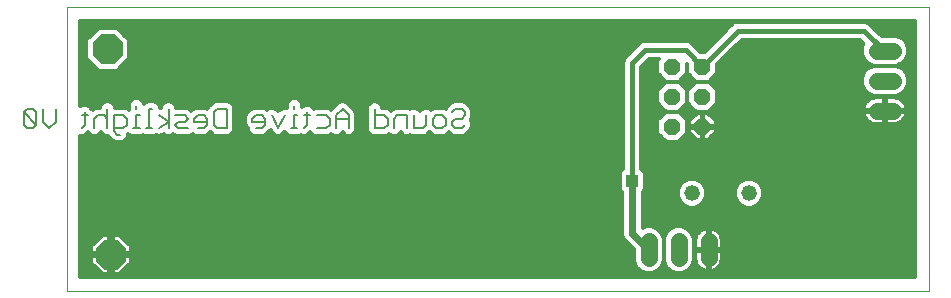
<source format=gbl>
G75*
%MOIN*%
%OFA0B0*%
%FSLAX25Y25*%
%IPPOS*%
%LPD*%
%AMOC8*
5,1,8,0,0,1.08239X$1,22.5*
%
%ADD10C,0.00000*%
%ADD11C,0.00600*%
%ADD12OC8,0.05600*%
%ADD13C,0.05600*%
%ADD14C,0.05200*%
%ADD15OC8,0.10000*%
%ADD16R,0.03962X0.03962*%
%ADD17C,0.01200*%
%ADD18C,0.01600*%
%ADD19C,0.02400*%
D10*
X0019583Y0001600D02*
X0019583Y0096128D01*
X0306985Y0096128D01*
X0306985Y0001600D01*
X0019583Y0001600D01*
D11*
X0036355Y0053702D02*
X0035288Y0054769D01*
X0035288Y0060107D01*
X0038491Y0060107D01*
X0039558Y0059040D01*
X0039558Y0056905D01*
X0038491Y0055837D01*
X0035288Y0055837D01*
X0033113Y0055837D02*
X0033113Y0062242D01*
X0032045Y0060107D02*
X0029910Y0060107D01*
X0028842Y0059040D01*
X0028842Y0055837D01*
X0025600Y0056905D02*
X0024532Y0055837D01*
X0025600Y0056905D02*
X0025600Y0061175D01*
X0026667Y0060107D02*
X0024532Y0060107D01*
X0032045Y0060107D02*
X0033113Y0059040D01*
X0042788Y0060107D02*
X0042788Y0055837D01*
X0043855Y0055837D02*
X0041720Y0055837D01*
X0046017Y0055837D02*
X0048152Y0055837D01*
X0047085Y0055837D02*
X0047085Y0062242D01*
X0048152Y0062242D01*
X0053523Y0062242D02*
X0053523Y0055837D01*
X0053523Y0057972D02*
X0050321Y0055837D01*
X0055699Y0056905D02*
X0056766Y0057972D01*
X0058901Y0057972D01*
X0059969Y0059040D01*
X0058901Y0060107D01*
X0055699Y0060107D01*
X0053523Y0057972D02*
X0050321Y0060107D01*
X0043855Y0060107D02*
X0042788Y0060107D01*
X0042788Y0062242D02*
X0042788Y0063310D01*
X0055699Y0056905D02*
X0056766Y0055837D01*
X0059969Y0055837D01*
X0063212Y0055837D02*
X0065347Y0055837D01*
X0066414Y0056905D01*
X0066414Y0059040D01*
X0065347Y0060107D01*
X0063212Y0060107D01*
X0062144Y0059040D01*
X0062144Y0057972D01*
X0066414Y0057972D01*
X0068590Y0056905D02*
X0068590Y0061175D01*
X0069657Y0062242D01*
X0072860Y0062242D01*
X0072860Y0055837D01*
X0069657Y0055837D01*
X0068590Y0056905D01*
X0081480Y0057972D02*
X0085751Y0057972D01*
X0085751Y0056905D02*
X0085751Y0059040D01*
X0084683Y0060107D01*
X0082548Y0060107D01*
X0081480Y0059040D01*
X0081480Y0057972D01*
X0084683Y0055837D02*
X0085751Y0056905D01*
X0084683Y0055837D02*
X0082548Y0055837D01*
X0087926Y0060107D02*
X0090061Y0055837D01*
X0092196Y0060107D01*
X0095426Y0060107D02*
X0095426Y0055837D01*
X0096493Y0055837D02*
X0094358Y0055837D01*
X0098655Y0055837D02*
X0099723Y0056905D01*
X0099723Y0061175D01*
X0100790Y0060107D02*
X0098655Y0060107D01*
X0096493Y0060107D02*
X0095426Y0060107D01*
X0095426Y0062242D02*
X0095426Y0063310D01*
X0102965Y0060107D02*
X0106168Y0060107D01*
X0107236Y0059040D01*
X0107236Y0056905D01*
X0106168Y0055837D01*
X0102965Y0055837D01*
X0109411Y0055837D02*
X0109411Y0060107D01*
X0111546Y0062242D01*
X0113681Y0060107D01*
X0113681Y0055837D01*
X0122302Y0055837D02*
X0125505Y0055837D01*
X0126572Y0056905D01*
X0126572Y0059040D01*
X0125505Y0060107D01*
X0122302Y0060107D01*
X0122302Y0062242D02*
X0122302Y0055837D01*
X0128747Y0055837D02*
X0128747Y0059040D01*
X0129815Y0060107D01*
X0133018Y0060107D01*
X0133018Y0055837D01*
X0135193Y0055837D02*
X0135193Y0060107D01*
X0139463Y0060107D02*
X0139463Y0056905D01*
X0138396Y0055837D01*
X0135193Y0055837D01*
X0141638Y0056905D02*
X0141638Y0059040D01*
X0142706Y0060107D01*
X0144841Y0060107D01*
X0145909Y0059040D01*
X0145909Y0056905D01*
X0144841Y0055837D01*
X0142706Y0055837D01*
X0141638Y0056905D01*
X0148084Y0056905D02*
X0149152Y0055837D01*
X0151287Y0055837D01*
X0152354Y0056905D01*
X0149152Y0059040D02*
X0148084Y0057972D01*
X0148084Y0056905D01*
X0149152Y0059040D02*
X0151287Y0059040D01*
X0152354Y0060107D01*
X0152354Y0061175D01*
X0151287Y0062242D01*
X0149152Y0062242D01*
X0148084Y0061175D01*
X0113681Y0059040D02*
X0109411Y0059040D01*
X0037423Y0053702D02*
X0036355Y0053702D01*
X0015925Y0057972D02*
X0013789Y0055837D01*
X0011654Y0057972D01*
X0011654Y0062242D01*
X0009479Y0061175D02*
X0008412Y0062242D01*
X0006276Y0062242D01*
X0005209Y0061175D01*
X0009479Y0056905D01*
X0008412Y0055837D01*
X0006276Y0055837D01*
X0005209Y0056905D01*
X0005209Y0061175D01*
X0009479Y0061175D02*
X0009479Y0056905D01*
X0015925Y0057972D02*
X0015925Y0062242D01*
D12*
X0221513Y0066364D03*
X0231513Y0066364D03*
X0231513Y0076364D03*
X0221513Y0076364D03*
X0221513Y0056364D03*
X0231513Y0056364D03*
D13*
X0289539Y0061679D02*
X0295139Y0061679D01*
X0295139Y0071679D02*
X0289539Y0071679D01*
X0289539Y0081679D02*
X0295139Y0081679D01*
X0233560Y0018101D02*
X0233560Y0012501D01*
X0223560Y0012501D02*
X0223560Y0018101D01*
X0213560Y0018101D02*
X0213560Y0012501D01*
D14*
X0227997Y0034198D03*
X0246997Y0034198D03*
D15*
X0034387Y0013687D03*
X0033245Y0082112D03*
D16*
X0208166Y0038214D03*
X0238875Y0051206D03*
X0133363Y0020104D03*
X0259741Y0014592D03*
D17*
X0237960Y0014784D02*
X0302385Y0014784D01*
X0302385Y0015982D02*
X0237960Y0015982D01*
X0237960Y0015601D02*
X0237960Y0018447D01*
X0237851Y0019131D01*
X0237637Y0019790D01*
X0237323Y0020407D01*
X0236916Y0020967D01*
X0236426Y0021457D01*
X0235866Y0021864D01*
X0235249Y0022178D01*
X0234590Y0022392D01*
X0233906Y0022501D01*
X0233860Y0022501D01*
X0233860Y0015601D01*
X0233260Y0015601D01*
X0233260Y0022501D01*
X0233213Y0022501D01*
X0232529Y0022392D01*
X0231871Y0022178D01*
X0231254Y0021864D01*
X0230693Y0021457D01*
X0230204Y0020967D01*
X0229797Y0020407D01*
X0229482Y0019790D01*
X0229268Y0019131D01*
X0229160Y0018447D01*
X0229160Y0015601D01*
X0233260Y0015601D01*
X0233260Y0015001D01*
X0229160Y0015001D01*
X0229160Y0012154D01*
X0229268Y0011470D01*
X0229482Y0010812D01*
X0229797Y0010195D01*
X0230204Y0009634D01*
X0230693Y0009145D01*
X0231254Y0008738D01*
X0231871Y0008423D01*
X0232529Y0008209D01*
X0233213Y0008101D01*
X0233260Y0008101D01*
X0233260Y0015001D01*
X0233860Y0015001D01*
X0233860Y0015601D01*
X0237960Y0015601D01*
X0237960Y0015001D02*
X0233860Y0015001D01*
X0233860Y0008101D01*
X0233906Y0008101D01*
X0234590Y0008209D01*
X0235249Y0008423D01*
X0235866Y0008738D01*
X0236426Y0009145D01*
X0236916Y0009634D01*
X0237323Y0010195D01*
X0237637Y0010812D01*
X0237851Y0011470D01*
X0237960Y0012154D01*
X0237960Y0015001D01*
X0237960Y0013585D02*
X0302385Y0013585D01*
X0302385Y0012387D02*
X0237960Y0012387D01*
X0237760Y0011188D02*
X0302385Y0011188D01*
X0302385Y0009990D02*
X0237174Y0009990D01*
X0233860Y0009990D02*
X0233260Y0009990D01*
X0233260Y0011188D02*
X0233860Y0011188D01*
X0233860Y0012387D02*
X0233260Y0012387D01*
X0233260Y0013585D02*
X0233860Y0013585D01*
X0229160Y0013585D02*
X0228560Y0013585D01*
X0228560Y0012387D02*
X0229160Y0012387D01*
X0228560Y0011506D02*
X0227799Y0009669D01*
X0226392Y0008262D01*
X0224554Y0007501D01*
X0222565Y0007501D01*
X0220728Y0008262D01*
X0219321Y0009669D01*
X0218560Y0011506D01*
X0218560Y0019095D01*
X0219321Y0020933D01*
X0220728Y0022340D01*
X0222565Y0023101D01*
X0224554Y0023101D01*
X0226392Y0022340D01*
X0227799Y0020933D01*
X0228560Y0019095D01*
X0228560Y0011506D01*
X0228428Y0011188D02*
X0229360Y0011188D01*
X0229946Y0009990D02*
X0227932Y0009990D01*
X0226921Y0008791D02*
X0231180Y0008791D01*
X0233260Y0008791D02*
X0233860Y0008791D01*
X0235940Y0008791D02*
X0302385Y0008791D01*
X0302385Y0007593D02*
X0224776Y0007593D01*
X0222344Y0007593D02*
X0214776Y0007593D01*
X0214554Y0007501D02*
X0216392Y0008262D01*
X0217799Y0009669D01*
X0218560Y0011506D01*
X0218560Y0019095D01*
X0217799Y0020933D01*
X0216392Y0022340D01*
X0214554Y0023101D01*
X0212565Y0023101D01*
X0211566Y0022687D01*
X0211566Y0034541D01*
X0212347Y0035322D01*
X0212347Y0041107D01*
X0211166Y0042288D01*
X0211166Y0076342D01*
X0213739Y0078915D01*
X0216993Y0078915D01*
X0216513Y0078435D01*
X0216513Y0074293D01*
X0219441Y0071364D01*
X0223584Y0071364D01*
X0226513Y0074293D01*
X0229441Y0071364D01*
X0233584Y0071364D01*
X0236513Y0074293D01*
X0236513Y0077121D01*
X0244758Y0085367D01*
X0284135Y0085219D01*
X0285184Y0084229D01*
X0284539Y0082673D01*
X0284539Y0080684D01*
X0285301Y0078846D01*
X0286707Y0077440D01*
X0288545Y0076679D01*
X0296134Y0076679D01*
X0297972Y0077440D01*
X0299378Y0078846D01*
X0300139Y0080684D01*
X0300139Y0082673D01*
X0299378Y0084511D01*
X0297972Y0085918D01*
X0296134Y0086679D01*
X0291332Y0086679D01*
X0287426Y0090363D01*
X0287040Y0090751D01*
X0286993Y0090771D01*
X0286956Y0090806D01*
X0286444Y0091000D01*
X0285939Y0091212D01*
X0285888Y0091212D01*
X0285840Y0091230D01*
X0285294Y0091214D01*
X0244123Y0091369D01*
X0244117Y0091372D01*
X0243526Y0091372D01*
X0242935Y0091374D01*
X0242930Y0091372D01*
X0242924Y0091372D01*
X0242376Y0091145D01*
X0241831Y0090921D01*
X0241827Y0090917D01*
X0241821Y0090915D01*
X0241401Y0090495D01*
X0240984Y0090081D01*
X0240981Y0090075D01*
X0232270Y0081364D01*
X0230755Y0081364D01*
X0227661Y0084458D01*
X0226558Y0084915D01*
X0211900Y0084915D01*
X0210797Y0084458D01*
X0209954Y0083614D01*
X0205623Y0079284D01*
X0205166Y0078181D01*
X0205166Y0042288D01*
X0203985Y0041107D01*
X0203985Y0035322D01*
X0204766Y0034541D01*
X0204766Y0020018D01*
X0205284Y0018769D01*
X0208560Y0015492D01*
X0208560Y0011506D01*
X0209321Y0009669D01*
X0210728Y0008262D01*
X0212565Y0007501D01*
X0214554Y0007501D01*
X0212344Y0007593D02*
X0037626Y0007593D01*
X0037120Y0007087D02*
X0040987Y0010953D01*
X0040987Y0013087D01*
X0034987Y0013087D01*
X0034987Y0014287D01*
X0040987Y0014287D01*
X0040987Y0016420D01*
X0037120Y0020287D01*
X0034987Y0020287D01*
X0034987Y0014287D01*
X0033787Y0014287D01*
X0033787Y0020287D01*
X0031653Y0020287D01*
X0027787Y0016420D01*
X0027787Y0014287D01*
X0033787Y0014287D01*
X0033787Y0013087D01*
X0034987Y0013087D01*
X0034987Y0007087D01*
X0037120Y0007087D01*
X0034987Y0007593D02*
X0033787Y0007593D01*
X0033787Y0007087D02*
X0033787Y0013087D01*
X0027787Y0013087D01*
X0027787Y0010953D01*
X0031653Y0007087D01*
X0033787Y0007087D01*
X0033787Y0008791D02*
X0034987Y0008791D01*
X0038825Y0008791D02*
X0210198Y0008791D01*
X0209188Y0009990D02*
X0040023Y0009990D01*
X0040987Y0011188D02*
X0208692Y0011188D01*
X0208560Y0012387D02*
X0040987Y0012387D01*
X0034987Y0012387D02*
X0033787Y0012387D01*
X0033787Y0013585D02*
X0024183Y0013585D01*
X0024183Y0012387D02*
X0027787Y0012387D01*
X0027787Y0011188D02*
X0024183Y0011188D01*
X0024183Y0009990D02*
X0028750Y0009990D01*
X0033787Y0009990D02*
X0034987Y0009990D01*
X0034987Y0011188D02*
X0033787Y0011188D01*
X0034987Y0013585D02*
X0208560Y0013585D01*
X0208560Y0014784D02*
X0040987Y0014784D01*
X0040987Y0015982D02*
X0208070Y0015982D01*
X0206872Y0017181D02*
X0040226Y0017181D01*
X0039028Y0018379D02*
X0205673Y0018379D01*
X0204949Y0019578D02*
X0037829Y0019578D01*
X0034987Y0019578D02*
X0033787Y0019578D01*
X0033787Y0018379D02*
X0034987Y0018379D01*
X0034987Y0017181D02*
X0033787Y0017181D01*
X0033787Y0015982D02*
X0034987Y0015982D01*
X0034987Y0014784D02*
X0033787Y0014784D01*
X0027787Y0014784D02*
X0024183Y0014784D01*
X0024183Y0015982D02*
X0027787Y0015982D01*
X0028547Y0017181D02*
X0024183Y0017181D01*
X0024183Y0018379D02*
X0029745Y0018379D01*
X0030944Y0019578D02*
X0024183Y0019578D01*
X0024183Y0020776D02*
X0204766Y0020776D01*
X0204766Y0021975D02*
X0024183Y0021975D01*
X0024183Y0023173D02*
X0204766Y0023173D01*
X0204766Y0024372D02*
X0024183Y0024372D01*
X0024183Y0025570D02*
X0204766Y0025570D01*
X0204766Y0026769D02*
X0024183Y0026769D01*
X0024183Y0027967D02*
X0204766Y0027967D01*
X0204766Y0029166D02*
X0024183Y0029166D01*
X0024183Y0030364D02*
X0204766Y0030364D01*
X0204766Y0031563D02*
X0024183Y0031563D01*
X0024183Y0032761D02*
X0204766Y0032761D01*
X0204766Y0033960D02*
X0024183Y0033960D01*
X0024183Y0035158D02*
X0204148Y0035158D01*
X0203985Y0036357D02*
X0024183Y0036357D01*
X0024183Y0037555D02*
X0203985Y0037555D01*
X0203985Y0038754D02*
X0024183Y0038754D01*
X0024183Y0039952D02*
X0203985Y0039952D01*
X0204029Y0041151D02*
X0024183Y0041151D01*
X0024183Y0042349D02*
X0205166Y0042349D01*
X0205166Y0043548D02*
X0024183Y0043548D01*
X0024183Y0044746D02*
X0205166Y0044746D01*
X0205166Y0045945D02*
X0024183Y0045945D01*
X0024183Y0047143D02*
X0205166Y0047143D01*
X0205166Y0048342D02*
X0024183Y0048342D01*
X0024183Y0049540D02*
X0205166Y0049540D01*
X0205166Y0050739D02*
X0024183Y0050739D01*
X0024183Y0051937D02*
X0034584Y0051937D01*
X0034939Y0051582D02*
X0035858Y0051202D01*
X0037920Y0051202D01*
X0038839Y0051582D01*
X0039542Y0052286D01*
X0039923Y0053205D01*
X0039923Y0053734D01*
X0040105Y0053916D01*
X0040304Y0053718D01*
X0041223Y0053337D01*
X0044352Y0053337D01*
X0044936Y0053579D01*
X0045520Y0053337D01*
X0048649Y0053337D01*
X0049212Y0053570D01*
X0049343Y0053483D01*
X0050318Y0053288D01*
X0051294Y0053481D01*
X0051924Y0053901D01*
X0052107Y0053718D01*
X0053026Y0053337D01*
X0054021Y0053337D01*
X0054939Y0053718D01*
X0055145Y0053923D01*
X0055350Y0053718D01*
X0056269Y0053337D01*
X0060466Y0053337D01*
X0061385Y0053718D01*
X0061590Y0053923D01*
X0061795Y0053718D01*
X0062714Y0053337D01*
X0065844Y0053337D01*
X0066763Y0053718D01*
X0067502Y0054457D01*
X0067538Y0054421D01*
X0067538Y0054421D01*
X0068241Y0053718D01*
X0069160Y0053337D01*
X0073357Y0053337D01*
X0074276Y0053718D01*
X0074979Y0054421D01*
X0075360Y0055340D01*
X0075360Y0062740D01*
X0074979Y0063659D01*
X0074276Y0064362D01*
X0073357Y0064742D01*
X0069160Y0064742D01*
X0068241Y0064362D01*
X0067538Y0063659D01*
X0067173Y0063294D01*
X0066484Y0062605D01*
X0066470Y0062591D01*
X0066384Y0062384D01*
X0066214Y0062454D01*
X0065844Y0062607D01*
X0062714Y0062607D01*
X0061795Y0062227D01*
X0061056Y0061488D01*
X0061021Y0061523D01*
X0061021Y0061523D01*
X0060317Y0062227D01*
X0059768Y0062454D01*
X0059399Y0062607D01*
X0056023Y0062607D01*
X0056023Y0062740D01*
X0055643Y0063659D01*
X0054939Y0064362D01*
X0054021Y0064742D01*
X0053026Y0064742D01*
X0052107Y0064362D01*
X0051404Y0063659D01*
X0051023Y0062740D01*
X0051023Y0062517D01*
X0050652Y0062590D01*
X0050652Y0062740D01*
X0050271Y0063659D01*
X0049568Y0064362D01*
X0048649Y0064742D01*
X0046587Y0064742D01*
X0045668Y0064362D01*
X0045237Y0063930D01*
X0044907Y0064726D01*
X0044204Y0065429D01*
X0043285Y0065810D01*
X0042290Y0065810D01*
X0041371Y0065429D01*
X0040668Y0064726D01*
X0040288Y0063807D01*
X0040288Y0061846D01*
X0039920Y0062213D01*
X0039907Y0062227D01*
X0039379Y0062445D01*
X0038988Y0062607D01*
X0035613Y0062607D01*
X0035613Y0062740D01*
X0035232Y0063659D01*
X0034529Y0064362D01*
X0033610Y0064742D01*
X0032615Y0064742D01*
X0031696Y0064362D01*
X0030993Y0063659D01*
X0030613Y0062740D01*
X0030613Y0062607D01*
X0029413Y0062607D01*
X0028494Y0062227D01*
X0028288Y0062021D01*
X0028083Y0062227D01*
X0027826Y0062333D01*
X0027719Y0062591D01*
X0027016Y0063294D01*
X0026097Y0063675D01*
X0025102Y0063675D01*
X0024183Y0063294D01*
X0024183Y0091528D01*
X0302385Y0091528D01*
X0302385Y0006200D01*
X0024183Y0006200D01*
X0024183Y0053337D01*
X0025029Y0053337D01*
X0025948Y0053718D01*
X0026702Y0054471D01*
X0026723Y0054421D01*
X0027426Y0053718D01*
X0028345Y0053337D01*
X0029340Y0053337D01*
X0030258Y0053718D01*
X0030962Y0054421D01*
X0030977Y0054459D01*
X0030993Y0054421D01*
X0031696Y0053718D01*
X0032615Y0053337D01*
X0033185Y0053337D01*
X0033872Y0052650D01*
X0034939Y0051582D01*
X0039194Y0051937D02*
X0205166Y0051937D01*
X0205166Y0053136D02*
X0039895Y0053136D01*
X0033386Y0053136D02*
X0024183Y0053136D01*
X0026565Y0054334D02*
X0026809Y0054334D01*
X0030875Y0054334D02*
X0031080Y0054334D01*
X0030613Y0062724D02*
X0027586Y0062724D01*
X0024183Y0063923D02*
X0031257Y0063923D01*
X0034968Y0063923D02*
X0040335Y0063923D01*
X0041063Y0065121D02*
X0024183Y0065121D01*
X0024183Y0066320D02*
X0205166Y0066320D01*
X0205166Y0067518D02*
X0024183Y0067518D01*
X0024183Y0068717D02*
X0205166Y0068717D01*
X0205166Y0069915D02*
X0024183Y0069915D01*
X0024183Y0071114D02*
X0205166Y0071114D01*
X0205166Y0072312D02*
X0024183Y0072312D01*
X0024183Y0073511D02*
X0205166Y0073511D01*
X0205166Y0074709D02*
X0024183Y0074709D01*
X0024183Y0075908D02*
X0029267Y0075908D01*
X0030262Y0074912D02*
X0036227Y0074912D01*
X0040445Y0079129D01*
X0040445Y0085094D01*
X0036227Y0089312D01*
X0030262Y0089312D01*
X0026045Y0085094D01*
X0026045Y0079129D01*
X0030262Y0074912D01*
X0028068Y0077106D02*
X0024183Y0077106D01*
X0024183Y0078305D02*
X0026870Y0078305D01*
X0026045Y0079503D02*
X0024183Y0079503D01*
X0024183Y0080702D02*
X0026045Y0080702D01*
X0026045Y0081900D02*
X0024183Y0081900D01*
X0024183Y0083099D02*
X0026045Y0083099D01*
X0026045Y0084297D02*
X0024183Y0084297D01*
X0024183Y0085496D02*
X0026446Y0085496D01*
X0027645Y0086694D02*
X0024183Y0086694D01*
X0024183Y0087893D02*
X0028844Y0087893D01*
X0030042Y0089091D02*
X0024183Y0089091D01*
X0024183Y0090290D02*
X0241194Y0090290D01*
X0239997Y0089091D02*
X0036448Y0089091D01*
X0037646Y0087893D02*
X0238799Y0087893D01*
X0237600Y0086694D02*
X0038845Y0086694D01*
X0040043Y0085496D02*
X0236402Y0085496D01*
X0235203Y0084297D02*
X0227822Y0084297D01*
X0229020Y0083099D02*
X0234005Y0083099D01*
X0232806Y0081900D02*
X0230219Y0081900D01*
X0238895Y0079503D02*
X0285028Y0079503D01*
X0284539Y0080702D02*
X0240093Y0080702D01*
X0241292Y0081900D02*
X0284539Y0081900D01*
X0284716Y0083099D02*
X0242490Y0083099D01*
X0243689Y0084297D02*
X0285112Y0084297D01*
X0291315Y0086694D02*
X0302385Y0086694D01*
X0302385Y0085496D02*
X0298393Y0085496D01*
X0299467Y0084297D02*
X0302385Y0084297D01*
X0302385Y0083099D02*
X0299963Y0083099D01*
X0300139Y0081900D02*
X0302385Y0081900D01*
X0302385Y0080702D02*
X0300139Y0080702D01*
X0299650Y0079503D02*
X0302385Y0079503D01*
X0302385Y0078305D02*
X0298836Y0078305D01*
X0297166Y0077106D02*
X0302385Y0077106D01*
X0302385Y0075908D02*
X0297981Y0075908D01*
X0297972Y0075918D02*
X0296134Y0076679D01*
X0288545Y0076679D01*
X0286707Y0075918D01*
X0285301Y0074511D01*
X0284539Y0072673D01*
X0284539Y0070684D01*
X0285301Y0068846D01*
X0286707Y0067440D01*
X0288545Y0066679D01*
X0296134Y0066679D01*
X0297972Y0067440D01*
X0299378Y0068846D01*
X0300139Y0070684D01*
X0300139Y0072673D01*
X0299378Y0074511D01*
X0297972Y0075918D01*
X0299180Y0074709D02*
X0302385Y0074709D01*
X0302385Y0073511D02*
X0299792Y0073511D01*
X0300139Y0072312D02*
X0302385Y0072312D01*
X0302385Y0071114D02*
X0300139Y0071114D01*
X0299821Y0069915D02*
X0302385Y0069915D01*
X0302385Y0068717D02*
X0299248Y0068717D01*
X0298050Y0067518D02*
X0302385Y0067518D01*
X0302385Y0066320D02*
X0236513Y0066320D01*
X0236513Y0067518D02*
X0286629Y0067518D01*
X0287850Y0065756D02*
X0287233Y0065442D01*
X0286673Y0065035D01*
X0286183Y0064545D01*
X0285776Y0063985D01*
X0285462Y0063368D01*
X0285248Y0062709D01*
X0285139Y0062025D01*
X0285139Y0061979D01*
X0292039Y0061979D01*
X0292039Y0066079D01*
X0289193Y0066079D01*
X0288509Y0065970D01*
X0287850Y0065756D01*
X0286792Y0065121D02*
X0236513Y0065121D01*
X0236513Y0064293D02*
X0233584Y0061364D01*
X0229441Y0061364D01*
X0226513Y0064293D01*
X0226513Y0068435D01*
X0229441Y0071364D01*
X0233584Y0071364D01*
X0236513Y0068435D01*
X0236513Y0064293D01*
X0236142Y0063923D02*
X0285744Y0063923D01*
X0292039Y0063923D02*
X0292639Y0063923D01*
X0292639Y0065121D02*
X0292039Y0065121D01*
X0292639Y0066079D02*
X0292639Y0061979D01*
X0292039Y0061979D01*
X0292039Y0061379D01*
X0285139Y0061379D01*
X0285139Y0061332D01*
X0285248Y0060648D01*
X0285462Y0059990D01*
X0285776Y0059373D01*
X0286183Y0058812D01*
X0286673Y0058323D01*
X0287233Y0057916D01*
X0287850Y0057601D01*
X0288509Y0057387D01*
X0289193Y0057279D01*
X0292039Y0057279D01*
X0292039Y0061379D01*
X0292639Y0061379D01*
X0292639Y0057279D01*
X0295486Y0057279D01*
X0296170Y0057387D01*
X0296828Y0057601D01*
X0297445Y0057916D01*
X0298006Y0058323D01*
X0298495Y0058812D01*
X0298903Y0059373D01*
X0299217Y0059990D01*
X0299431Y0060648D01*
X0299539Y0061332D01*
X0299539Y0061379D01*
X0292639Y0061379D01*
X0292639Y0061979D01*
X0299539Y0061979D01*
X0299539Y0062025D01*
X0299431Y0062709D01*
X0299217Y0063368D01*
X0298903Y0063985D01*
X0298495Y0064545D01*
X0298006Y0065035D01*
X0297445Y0065442D01*
X0296828Y0065756D01*
X0296170Y0065970D01*
X0295486Y0066079D01*
X0292639Y0066079D01*
X0297887Y0065121D02*
X0302385Y0065121D01*
X0302385Y0063923D02*
X0298934Y0063923D01*
X0299426Y0062724D02*
X0302385Y0062724D01*
X0302385Y0061526D02*
X0292639Y0061526D01*
X0292039Y0061526D02*
X0233745Y0061526D01*
X0233335Y0060764D02*
X0231813Y0060764D01*
X0231813Y0056664D01*
X0235913Y0056664D01*
X0235913Y0058186D01*
X0233335Y0060764D01*
X0233772Y0060327D02*
X0285352Y0060327D01*
X0285953Y0059129D02*
X0234970Y0059129D01*
X0235913Y0057930D02*
X0287213Y0057930D01*
X0292039Y0057930D02*
X0292639Y0057930D01*
X0292639Y0059129D02*
X0292039Y0059129D01*
X0292039Y0060327D02*
X0292639Y0060327D01*
X0298725Y0059129D02*
X0302385Y0059129D01*
X0302385Y0060327D02*
X0299327Y0060327D01*
X0297465Y0057930D02*
X0302385Y0057930D01*
X0302385Y0056732D02*
X0235913Y0056732D01*
X0235913Y0056064D02*
X0231813Y0056064D01*
X0231813Y0056664D01*
X0231213Y0056664D01*
X0231213Y0060764D01*
X0229690Y0060764D01*
X0227113Y0058186D01*
X0227113Y0056664D01*
X0231212Y0056664D01*
X0231212Y0056064D01*
X0227113Y0056064D01*
X0227113Y0054541D01*
X0229690Y0051964D01*
X0231213Y0051964D01*
X0231213Y0056064D01*
X0231813Y0056064D01*
X0231813Y0051964D01*
X0233335Y0051964D01*
X0235913Y0054541D01*
X0235913Y0056064D01*
X0235913Y0055533D02*
X0302385Y0055533D01*
X0302385Y0054334D02*
X0235706Y0054334D01*
X0234507Y0053136D02*
X0302385Y0053136D01*
X0302385Y0051937D02*
X0224157Y0051937D01*
X0223584Y0051364D02*
X0226513Y0054293D01*
X0226513Y0058435D01*
X0223584Y0061364D01*
X0226513Y0064293D01*
X0226513Y0068435D01*
X0223584Y0071364D01*
X0219441Y0071364D01*
X0216513Y0068435D01*
X0216513Y0064293D01*
X0219441Y0061364D01*
X0223584Y0061364D01*
X0219441Y0061364D01*
X0216513Y0058435D01*
X0216513Y0054293D01*
X0219441Y0051364D01*
X0223584Y0051364D01*
X0218868Y0051937D02*
X0211166Y0051937D01*
X0211166Y0050739D02*
X0302385Y0050739D01*
X0302385Y0049540D02*
X0211166Y0049540D01*
X0211166Y0048342D02*
X0302385Y0048342D01*
X0302385Y0047143D02*
X0211166Y0047143D01*
X0211166Y0045945D02*
X0302385Y0045945D01*
X0302385Y0044746D02*
X0211166Y0044746D01*
X0211166Y0043548D02*
X0302385Y0043548D01*
X0302385Y0042349D02*
X0211166Y0042349D01*
X0212303Y0041151D02*
X0302385Y0041151D01*
X0302385Y0039952D02*
X0212347Y0039952D01*
X0212347Y0038754D02*
X0226452Y0038754D01*
X0227042Y0038998D02*
X0225278Y0038268D01*
X0223928Y0036917D01*
X0223197Y0035153D01*
X0223197Y0033244D01*
X0223928Y0031479D01*
X0225278Y0030129D01*
X0227042Y0029398D01*
X0228952Y0029398D01*
X0230716Y0030129D01*
X0232066Y0031479D01*
X0232797Y0033244D01*
X0232797Y0035153D01*
X0232066Y0036917D01*
X0230716Y0038268D01*
X0228952Y0038998D01*
X0227042Y0038998D01*
X0229542Y0038754D02*
X0245452Y0038754D01*
X0246042Y0038998D02*
X0244278Y0038268D01*
X0242928Y0036917D01*
X0242197Y0035153D01*
X0242197Y0033244D01*
X0242928Y0031479D01*
X0244278Y0030129D01*
X0246042Y0029398D01*
X0247952Y0029398D01*
X0249716Y0030129D01*
X0251066Y0031479D01*
X0251797Y0033244D01*
X0251797Y0035153D01*
X0251066Y0036917D01*
X0249716Y0038268D01*
X0247952Y0038998D01*
X0246042Y0038998D01*
X0248542Y0038754D02*
X0302385Y0038754D01*
X0302385Y0037555D02*
X0250428Y0037555D01*
X0251298Y0036357D02*
X0302385Y0036357D01*
X0302385Y0035158D02*
X0251795Y0035158D01*
X0251797Y0033960D02*
X0302385Y0033960D01*
X0302385Y0032761D02*
X0251597Y0032761D01*
X0251101Y0031563D02*
X0302385Y0031563D01*
X0302385Y0030364D02*
X0249951Y0030364D01*
X0244043Y0030364D02*
X0230951Y0030364D01*
X0225043Y0030364D02*
X0211566Y0030364D01*
X0211566Y0029166D02*
X0302385Y0029166D01*
X0302385Y0027967D02*
X0211566Y0027967D01*
X0211566Y0026769D02*
X0302385Y0026769D01*
X0302385Y0025570D02*
X0211566Y0025570D01*
X0211566Y0024372D02*
X0302385Y0024372D01*
X0302385Y0023173D02*
X0211566Y0023173D01*
X0216757Y0021975D02*
X0220363Y0021975D01*
X0219256Y0020776D02*
X0217864Y0020776D01*
X0218360Y0019578D02*
X0218760Y0019578D01*
X0218560Y0018379D02*
X0218560Y0018379D01*
X0218560Y0017181D02*
X0218560Y0017181D01*
X0218560Y0015982D02*
X0218560Y0015982D01*
X0218560Y0014784D02*
X0218560Y0014784D01*
X0218560Y0013585D02*
X0218560Y0013585D01*
X0218560Y0012387D02*
X0218560Y0012387D01*
X0218428Y0011188D02*
X0218692Y0011188D01*
X0219188Y0009990D02*
X0217932Y0009990D01*
X0216921Y0008791D02*
X0220198Y0008791D01*
X0228560Y0014784D02*
X0229160Y0014784D01*
X0229160Y0015982D02*
X0228560Y0015982D01*
X0228560Y0017181D02*
X0229160Y0017181D01*
X0229160Y0018379D02*
X0228560Y0018379D01*
X0228360Y0019578D02*
X0229413Y0019578D01*
X0233260Y0019578D02*
X0233860Y0019578D01*
X0233860Y0018379D02*
X0233260Y0018379D01*
X0233260Y0017181D02*
X0233860Y0017181D01*
X0233860Y0015982D02*
X0233260Y0015982D01*
X0233260Y0014784D02*
X0233860Y0014784D01*
X0237960Y0017181D02*
X0302385Y0017181D01*
X0302385Y0018379D02*
X0237960Y0018379D01*
X0237706Y0019578D02*
X0302385Y0019578D01*
X0302385Y0020776D02*
X0237055Y0020776D01*
X0235649Y0021975D02*
X0302385Y0021975D01*
X0302385Y0006394D02*
X0024183Y0006394D01*
X0024183Y0007593D02*
X0031147Y0007593D01*
X0029948Y0008791D02*
X0024183Y0008791D01*
X0080429Y0054421D02*
X0081132Y0053718D01*
X0082051Y0053337D01*
X0085181Y0053337D01*
X0086099Y0053718D01*
X0087167Y0054785D01*
X0087584Y0055202D01*
X0087746Y0054878D01*
X0087847Y0054575D01*
X0087966Y0054437D01*
X0088047Y0054274D01*
X0088289Y0054065D01*
X0088498Y0053823D01*
X0088661Y0053742D01*
X0088799Y0053623D01*
X0089102Y0053521D01*
X0089388Y0053379D01*
X0089570Y0053366D01*
X0089742Y0053308D01*
X0090061Y0053331D01*
X0090380Y0053308D01*
X0090553Y0053366D01*
X0090734Y0053379D01*
X0091020Y0053521D01*
X0091323Y0053623D01*
X0091461Y0053742D01*
X0091624Y0053823D01*
X0091833Y0054065D01*
X0092075Y0054274D01*
X0092156Y0054437D01*
X0092208Y0054496D01*
X0092239Y0054421D01*
X0092942Y0053718D01*
X0093861Y0053337D01*
X0096991Y0053337D01*
X0097574Y0053579D01*
X0098158Y0053337D01*
X0099152Y0053337D01*
X0100071Y0053718D01*
X0100825Y0054471D01*
X0100846Y0054421D01*
X0101549Y0053718D01*
X0102468Y0053337D01*
X0106666Y0053337D01*
X0107584Y0053718D01*
X0107790Y0053923D01*
X0107995Y0053718D01*
X0108914Y0053337D01*
X0109908Y0053337D01*
X0110827Y0053718D01*
X0111530Y0054421D01*
X0111546Y0054459D01*
X0111562Y0054421D01*
X0112265Y0053718D01*
X0113184Y0053337D01*
X0114179Y0053337D01*
X0115097Y0053718D01*
X0115801Y0054421D01*
X0116181Y0055340D01*
X0116181Y0060605D01*
X0115801Y0061523D01*
X0112962Y0064362D01*
X0112054Y0064738D01*
X0112043Y0064742D01*
X0111049Y0064742D01*
X0110130Y0064362D01*
X0109427Y0063659D01*
X0109427Y0063659D01*
X0107995Y0062227D01*
X0107995Y0062227D01*
X0107790Y0062021D01*
X0107598Y0062213D01*
X0107584Y0062227D01*
X0107057Y0062445D01*
X0106666Y0062607D01*
X0102468Y0062607D01*
X0101928Y0062384D01*
X0101842Y0062591D01*
X0101139Y0063294D01*
X0100220Y0063675D01*
X0099225Y0063675D01*
X0098307Y0063294D01*
X0097926Y0062913D01*
X0097926Y0063807D01*
X0097545Y0064726D01*
X0096842Y0065429D01*
X0095923Y0065810D01*
X0094928Y0065810D01*
X0094010Y0065429D01*
X0093306Y0064726D01*
X0092926Y0063807D01*
X0092926Y0062538D01*
X0092870Y0062566D01*
X0091877Y0062636D01*
X0090934Y0062322D01*
X0090183Y0061670D01*
X0090061Y0061427D01*
X0089940Y0061670D01*
X0089188Y0062322D01*
X0088245Y0062636D01*
X0087253Y0062566D01*
X0086363Y0062121D01*
X0086290Y0062036D01*
X0086099Y0062227D01*
X0085550Y0062454D01*
X0085181Y0062607D01*
X0082051Y0062607D01*
X0081132Y0062227D01*
X0080064Y0061159D01*
X0079361Y0060456D01*
X0078980Y0059537D01*
X0078980Y0057475D01*
X0079361Y0056556D01*
X0080048Y0055869D01*
X0080048Y0055340D01*
X0080429Y0054421D01*
X0080515Y0054334D02*
X0074893Y0054334D01*
X0075360Y0055533D02*
X0080048Y0055533D01*
X0079288Y0056732D02*
X0075360Y0056732D01*
X0075360Y0057930D02*
X0078980Y0057930D01*
X0078980Y0059129D02*
X0075360Y0059129D01*
X0075360Y0060327D02*
X0079308Y0060327D01*
X0080431Y0061526D02*
X0075360Y0061526D01*
X0075360Y0062724D02*
X0092926Y0062724D01*
X0090110Y0061526D02*
X0090012Y0061526D01*
X0092973Y0063923D02*
X0074715Y0063923D01*
X0067802Y0063923D02*
X0055379Y0063923D01*
X0051668Y0063923D02*
X0050007Y0063923D01*
X0044512Y0065121D02*
X0093701Y0065121D01*
X0097150Y0065121D02*
X0205166Y0065121D01*
X0205166Y0063923D02*
X0153142Y0063923D01*
X0152703Y0064362D02*
X0151784Y0064742D01*
X0148654Y0064742D01*
X0147735Y0064362D01*
X0147032Y0063659D01*
X0147032Y0063659D01*
X0145965Y0062591D01*
X0145879Y0062384D01*
X0145730Y0062445D01*
X0145339Y0062607D01*
X0142209Y0062607D01*
X0141290Y0062227D01*
X0141085Y0062021D01*
X0140879Y0062227D01*
X0139961Y0062607D01*
X0138966Y0062607D01*
X0138047Y0062227D01*
X0137344Y0061523D01*
X0137328Y0061485D01*
X0137312Y0061523D01*
X0136609Y0062227D01*
X0135690Y0062607D01*
X0134696Y0062607D01*
X0134105Y0062363D01*
X0133515Y0062607D01*
X0129318Y0062607D01*
X0128399Y0062227D01*
X0127660Y0061488D01*
X0127624Y0061523D01*
X0127624Y0061523D01*
X0126921Y0062227D01*
X0126372Y0062454D01*
X0126002Y0062607D01*
X0124802Y0062607D01*
X0124802Y0062740D01*
X0124421Y0063659D01*
X0123718Y0064362D01*
X0122799Y0064742D01*
X0121805Y0064742D01*
X0120886Y0064362D01*
X0120183Y0063659D01*
X0119802Y0062740D01*
X0119802Y0055340D01*
X0120183Y0054421D01*
X0120886Y0053718D01*
X0121805Y0053337D01*
X0126002Y0053337D01*
X0126921Y0053718D01*
X0127126Y0053923D01*
X0127331Y0053718D01*
X0128250Y0053337D01*
X0129245Y0053337D01*
X0130164Y0053718D01*
X0130867Y0054421D01*
X0130883Y0054459D01*
X0130898Y0054421D01*
X0131602Y0053718D01*
X0132520Y0053337D01*
X0133515Y0053337D01*
X0134105Y0053582D01*
X0134696Y0053337D01*
X0138893Y0053337D01*
X0139812Y0053718D01*
X0140515Y0054421D01*
X0140551Y0054457D01*
X0140587Y0054421D01*
X0140587Y0054421D01*
X0141290Y0053718D01*
X0142209Y0053337D01*
X0145338Y0053337D01*
X0146257Y0053718D01*
X0146996Y0054457D01*
X0147032Y0054421D01*
X0147032Y0054421D01*
X0147735Y0053718D01*
X0148654Y0053337D01*
X0151784Y0053337D01*
X0152703Y0053718D01*
X0154474Y0055488D01*
X0154854Y0056407D01*
X0154854Y0057402D01*
X0154474Y0058321D01*
X0154288Y0058506D01*
X0154474Y0058691D01*
X0154854Y0059610D01*
X0154854Y0061672D01*
X0154474Y0062591D01*
X0153770Y0063294D01*
X0152703Y0064362D01*
X0147296Y0063923D02*
X0124157Y0063923D01*
X0120447Y0063923D02*
X0113402Y0063923D01*
X0109691Y0063923D02*
X0097878Y0063923D01*
X0101709Y0062724D02*
X0108492Y0062724D01*
X0107584Y0062227D02*
X0107584Y0062227D01*
X0114600Y0062724D02*
X0119802Y0062724D01*
X0119802Y0061526D02*
X0115799Y0061526D01*
X0116181Y0060327D02*
X0119802Y0060327D01*
X0119802Y0059129D02*
X0116181Y0059129D01*
X0116181Y0057930D02*
X0119802Y0057930D01*
X0119802Y0056732D02*
X0116181Y0056732D01*
X0116181Y0055533D02*
X0119802Y0055533D01*
X0120269Y0054334D02*
X0115714Y0054334D01*
X0111648Y0054334D02*
X0111444Y0054334D01*
X0100932Y0054334D02*
X0100688Y0054334D01*
X0092325Y0054334D02*
X0092105Y0054334D01*
X0088017Y0054334D02*
X0086716Y0054334D01*
X0067624Y0054334D02*
X0067380Y0054334D01*
X0061094Y0061526D02*
X0061019Y0061526D01*
X0056023Y0062724D02*
X0066603Y0062724D01*
X0066470Y0062591D02*
X0066470Y0062591D01*
X0067173Y0063294D02*
X0067173Y0063294D01*
X0067538Y0063659D02*
X0067538Y0063659D01*
X0051023Y0062724D02*
X0050652Y0062724D01*
X0040288Y0062724D02*
X0035613Y0062724D01*
X0039907Y0062227D02*
X0039907Y0062227D01*
X0037223Y0075908D02*
X0205166Y0075908D01*
X0205166Y0077106D02*
X0038422Y0077106D01*
X0039620Y0078305D02*
X0205217Y0078305D01*
X0205842Y0079503D02*
X0040445Y0079503D01*
X0040445Y0080702D02*
X0207041Y0080702D01*
X0208239Y0081900D02*
X0040445Y0081900D01*
X0040445Y0083099D02*
X0209438Y0083099D01*
X0210636Y0084297D02*
X0040445Y0084297D01*
X0024183Y0091488D02*
X0302385Y0091488D01*
X0302385Y0090290D02*
X0287503Y0090290D01*
X0288774Y0089091D02*
X0302385Y0089091D01*
X0302385Y0087893D02*
X0290044Y0087893D01*
X0285842Y0078305D02*
X0237696Y0078305D01*
X0236513Y0077106D02*
X0287513Y0077106D01*
X0286697Y0075908D02*
X0236513Y0075908D01*
X0236513Y0074709D02*
X0285499Y0074709D01*
X0284886Y0073511D02*
X0235730Y0073511D01*
X0234532Y0072312D02*
X0284539Y0072312D01*
X0284539Y0071114D02*
X0233834Y0071114D01*
X0235032Y0069915D02*
X0284858Y0069915D01*
X0285430Y0068717D02*
X0236231Y0068717D01*
X0229191Y0071114D02*
X0223834Y0071114D01*
X0224532Y0072312D02*
X0228493Y0072312D01*
X0227295Y0073511D02*
X0225730Y0073511D01*
X0226513Y0074293D02*
X0226513Y0077121D01*
X0226513Y0074293D01*
X0226513Y0074709D02*
X0226513Y0074709D01*
X0226513Y0075908D02*
X0226513Y0075908D01*
X0226513Y0077106D02*
X0226513Y0077106D01*
X0226513Y0077121D02*
X0226513Y0077121D01*
X0216513Y0077106D02*
X0211931Y0077106D01*
X0211166Y0075908D02*
X0216513Y0075908D01*
X0216513Y0074709D02*
X0211166Y0074709D01*
X0211166Y0073511D02*
X0217295Y0073511D01*
X0218493Y0072312D02*
X0211166Y0072312D01*
X0211166Y0071114D02*
X0219191Y0071114D01*
X0217993Y0069915D02*
X0211166Y0069915D01*
X0211166Y0068717D02*
X0216794Y0068717D01*
X0216513Y0067518D02*
X0211166Y0067518D01*
X0211166Y0066320D02*
X0216513Y0066320D01*
X0216513Y0065121D02*
X0211166Y0065121D01*
X0211166Y0063923D02*
X0216883Y0063923D01*
X0218081Y0062724D02*
X0211166Y0062724D01*
X0211166Y0061526D02*
X0219280Y0061526D01*
X0218405Y0060327D02*
X0211166Y0060327D01*
X0211166Y0059129D02*
X0217206Y0059129D01*
X0216513Y0057930D02*
X0211166Y0057930D01*
X0211166Y0056732D02*
X0216513Y0056732D01*
X0216513Y0055533D02*
X0211166Y0055533D01*
X0211166Y0054334D02*
X0216513Y0054334D01*
X0217669Y0053136D02*
X0211166Y0053136D01*
X0205166Y0054334D02*
X0153320Y0054334D01*
X0154492Y0055533D02*
X0205166Y0055533D01*
X0205166Y0056732D02*
X0154854Y0056732D01*
X0154635Y0057930D02*
X0205166Y0057930D01*
X0205166Y0059129D02*
X0154655Y0059129D01*
X0154854Y0060327D02*
X0205166Y0060327D01*
X0205166Y0061526D02*
X0154854Y0061526D01*
X0154341Y0062724D02*
X0205166Y0062724D01*
X0223745Y0061526D02*
X0229280Y0061526D01*
X0229253Y0060327D02*
X0224620Y0060327D01*
X0225819Y0059129D02*
X0228055Y0059129D01*
X0227113Y0057930D02*
X0226513Y0057930D01*
X0226513Y0056732D02*
X0227113Y0056732D01*
X0227113Y0055533D02*
X0226513Y0055533D01*
X0226513Y0054334D02*
X0227319Y0054334D01*
X0228518Y0053136D02*
X0225356Y0053136D01*
X0231213Y0053136D02*
X0231813Y0053136D01*
X0231813Y0054334D02*
X0231213Y0054334D01*
X0231213Y0055533D02*
X0231813Y0055533D01*
X0231813Y0056732D02*
X0231213Y0056732D01*
X0231213Y0057930D02*
X0231813Y0057930D01*
X0231813Y0059129D02*
X0231213Y0059129D01*
X0231213Y0060327D02*
X0231813Y0060327D01*
X0234944Y0062724D02*
X0285253Y0062724D01*
X0292039Y0062724D02*
X0292639Y0062724D01*
X0228081Y0062724D02*
X0224944Y0062724D01*
X0226142Y0063923D02*
X0226883Y0063923D01*
X0226513Y0065121D02*
X0226513Y0065121D01*
X0226513Y0066320D02*
X0226513Y0066320D01*
X0226513Y0067518D02*
X0226513Y0067518D01*
X0226231Y0068717D02*
X0226794Y0068717D01*
X0227993Y0069915D02*
X0225032Y0069915D01*
X0216513Y0078305D02*
X0213129Y0078305D01*
X0146098Y0062724D02*
X0124802Y0062724D01*
X0127622Y0061526D02*
X0127698Y0061526D01*
X0137310Y0061526D02*
X0137346Y0061526D01*
X0140429Y0054334D02*
X0140673Y0054334D01*
X0146874Y0054334D02*
X0147119Y0054334D01*
X0130985Y0054334D02*
X0130780Y0054334D01*
X0212347Y0037555D02*
X0224566Y0037555D01*
X0223695Y0036357D02*
X0212347Y0036357D01*
X0212184Y0035158D02*
X0223199Y0035158D01*
X0223197Y0033960D02*
X0211566Y0033960D01*
X0211566Y0032761D02*
X0223397Y0032761D01*
X0223893Y0031563D02*
X0211566Y0031563D01*
X0232101Y0031563D02*
X0242893Y0031563D01*
X0242397Y0032761D02*
X0232597Y0032761D01*
X0232797Y0033960D02*
X0242197Y0033960D01*
X0242199Y0035158D02*
X0232795Y0035158D01*
X0232298Y0036357D02*
X0242695Y0036357D01*
X0243566Y0037555D02*
X0231428Y0037555D01*
X0231471Y0021975D02*
X0226757Y0021975D01*
X0227864Y0020776D02*
X0230065Y0020776D01*
X0233260Y0020776D02*
X0233860Y0020776D01*
X0233860Y0021975D02*
X0233260Y0021975D01*
D18*
X0208166Y0038214D02*
X0208166Y0077584D01*
X0212497Y0081915D01*
X0225961Y0081915D01*
X0231513Y0076364D01*
X0243520Y0088372D01*
X0285331Y0088214D01*
X0292261Y0081679D01*
X0292339Y0081679D01*
D19*
X0208166Y0038214D02*
X0208166Y0020694D01*
X0213560Y0015301D01*
M02*

</source>
